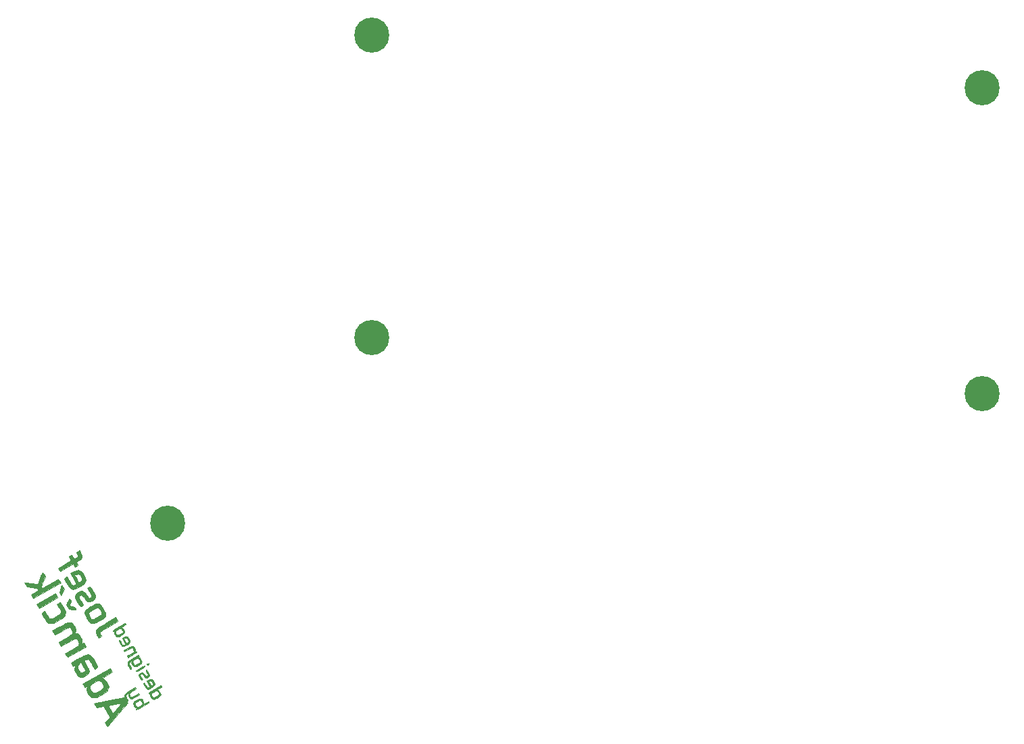
<source format=gbr>
G04 #@! TF.GenerationSoftware,KiCad,Pcbnew,5.1.5-52549c5~86~ubuntu19.10.1*
G04 #@! TF.CreationDate,2020-05-05T19:49:36+02:00*
G04 #@! TF.ProjectId,bottom_plate,626f7474-6f6d-45f7-906c-6174652e6b69,rev?*
G04 #@! TF.SameCoordinates,Original*
G04 #@! TF.FileFunction,Soldermask,Bot*
G04 #@! TF.FilePolarity,Negative*
%FSLAX46Y46*%
G04 Gerber Fmt 4.6, Leading zero omitted, Abs format (unit mm)*
G04 Created by KiCad (PCBNEW 5.1.5-52549c5~86~ubuntu19.10.1) date 2020-05-05 19:49:36*
%MOMM*%
%LPD*%
G04 APERTURE LIST*
%ADD10C,0.010000*%
%ADD11C,4.400000*%
G04 APERTURE END LIST*
D10*
G36*
X53227363Y-150549881D02*
G01*
X53354363Y-150769851D01*
X53426828Y-150890655D01*
X53475589Y-150950324D01*
X53517495Y-150962042D01*
X53569394Y-150938997D01*
X53570019Y-150938636D01*
X53689502Y-150880829D01*
X53751143Y-150883051D01*
X53760089Y-150948752D01*
X53733191Y-151048073D01*
X53700326Y-151204246D01*
X53712416Y-151366013D01*
X53773569Y-151551178D01*
X53887890Y-151777546D01*
X53910601Y-151817412D01*
X54025688Y-151998452D01*
X54134248Y-152123542D01*
X54235097Y-152202985D01*
X54363781Y-152270792D01*
X54502576Y-152298186D01*
X54659158Y-152295762D01*
X54779207Y-152283521D01*
X54888364Y-152260018D01*
X55007019Y-152217820D01*
X55155564Y-152149493D01*
X55354389Y-152047604D01*
X55387097Y-152030397D01*
X55700288Y-151853874D01*
X55424785Y-151376689D01*
X55177045Y-151518745D01*
X55049657Y-151581714D01*
X54822218Y-151671975D01*
X54644181Y-151702474D01*
X54505511Y-151673744D01*
X54422758Y-151615077D01*
X54310408Y-151476211D01*
X54208902Y-151301708D01*
X54137582Y-151127978D01*
X54117456Y-151040305D01*
X54111447Y-150911873D01*
X54136439Y-150803362D01*
X54202103Y-150703184D01*
X54318120Y-150599754D01*
X54494165Y-150481483D01*
X54672822Y-150375256D01*
X54905969Y-150246772D01*
X55085502Y-150166011D01*
X55226422Y-150131094D01*
X55343729Y-150140140D01*
X55452426Y-150191268D01*
X55548262Y-150265548D01*
X55672332Y-150404953D01*
X55772456Y-150575277D01*
X55838061Y-150751363D01*
X55858582Y-150908061D01*
X55846977Y-150976407D01*
X55771478Y-151096618D01*
X55626838Y-151233013D01*
X55424785Y-151376689D01*
X55700288Y-151853874D01*
X55735651Y-151833943D01*
X56008285Y-151650018D01*
X56211572Y-151472113D01*
X56352091Y-151293714D01*
X56436418Y-151108314D01*
X56466643Y-150961630D01*
X56465072Y-150858949D01*
X56432376Y-150739320D01*
X56361535Y-150580223D01*
X56325881Y-150509989D01*
X56177247Y-150257559D01*
X56027097Y-150077792D01*
X55864095Y-149959259D01*
X55723864Y-149902862D01*
X55541204Y-149849454D01*
X56912072Y-149057983D01*
X56636905Y-148581381D01*
X53227363Y-150549881D01*
G37*
X53227363Y-150549881D02*
X53354363Y-150769851D01*
X53426828Y-150890655D01*
X53475589Y-150950324D01*
X53517495Y-150962042D01*
X53569394Y-150938997D01*
X53570019Y-150938636D01*
X53689502Y-150880829D01*
X53751143Y-150883051D01*
X53760089Y-150948752D01*
X53733191Y-151048073D01*
X53700326Y-151204246D01*
X53712416Y-151366013D01*
X53773569Y-151551178D01*
X53887890Y-151777546D01*
X53910601Y-151817412D01*
X54025688Y-151998452D01*
X54134248Y-152123542D01*
X54235097Y-152202985D01*
X54363781Y-152270792D01*
X54502576Y-152298186D01*
X54659158Y-152295762D01*
X54779207Y-152283521D01*
X54888364Y-152260018D01*
X55007019Y-152217820D01*
X55155564Y-152149493D01*
X55354389Y-152047604D01*
X55387097Y-152030397D01*
X55700288Y-151853874D01*
X55424785Y-151376689D01*
X55177045Y-151518745D01*
X55049657Y-151581714D01*
X54822218Y-151671975D01*
X54644181Y-151702474D01*
X54505511Y-151673744D01*
X54422758Y-151615077D01*
X54310408Y-151476211D01*
X54208902Y-151301708D01*
X54137582Y-151127978D01*
X54117456Y-151040305D01*
X54111447Y-150911873D01*
X54136439Y-150803362D01*
X54202103Y-150703184D01*
X54318120Y-150599754D01*
X54494165Y-150481483D01*
X54672822Y-150375256D01*
X54905969Y-150246772D01*
X55085502Y-150166011D01*
X55226422Y-150131094D01*
X55343729Y-150140140D01*
X55452426Y-150191268D01*
X55548262Y-150265548D01*
X55672332Y-150404953D01*
X55772456Y-150575277D01*
X55838061Y-150751363D01*
X55858582Y-150908061D01*
X55846977Y-150976407D01*
X55771478Y-151096618D01*
X55626838Y-151233013D01*
X55424785Y-151376689D01*
X55700288Y-151853874D01*
X55735651Y-151833943D01*
X56008285Y-151650018D01*
X56211572Y-151472113D01*
X56352091Y-151293714D01*
X56436418Y-151108314D01*
X56466643Y-150961630D01*
X56465072Y-150858949D01*
X56432376Y-150739320D01*
X56361535Y-150580223D01*
X56325881Y-150509989D01*
X56177247Y-150257559D01*
X56027097Y-150077792D01*
X55864095Y-149959259D01*
X55723864Y-149902862D01*
X55541204Y-149849454D01*
X56912072Y-149057983D01*
X56636905Y-148581381D01*
X53227363Y-150549881D01*
G36*
X54519265Y-147389985D02*
G01*
X54353242Y-147164254D01*
X54195871Y-147007910D01*
X54038773Y-146915266D01*
X53873566Y-146880632D01*
X53691873Y-146898321D01*
X53579936Y-146928916D01*
X53480804Y-146970314D01*
X53322753Y-147047636D01*
X53119665Y-147153581D01*
X52885425Y-147280849D01*
X52633915Y-147422143D01*
X52547614Y-147471689D01*
X51724530Y-147946897D01*
X51974809Y-148380393D01*
X52133556Y-148321322D01*
X52292303Y-148262251D01*
X52233145Y-148436862D01*
X52204253Y-148591915D01*
X52208418Y-148751845D01*
X52213841Y-148779789D01*
X52275574Y-148957902D01*
X52375096Y-149157983D01*
X52496528Y-149354348D01*
X52623994Y-149521310D01*
X52741242Y-149632926D01*
X52895185Y-149716669D01*
X53051375Y-149743087D01*
X53225932Y-149710728D01*
X53434974Y-149618138D01*
X53482944Y-149591233D01*
X53215279Y-149127624D01*
X53161477Y-149148127D01*
X53056450Y-149163113D01*
X52962600Y-149129644D01*
X52869322Y-149038797D01*
X52766010Y-148881648D01*
X52698176Y-148758239D01*
X52617413Y-148600802D01*
X52572436Y-148494021D01*
X52557790Y-148414609D01*
X52568019Y-148339281D01*
X52586047Y-148279581D01*
X52646534Y-148162257D01*
X52741382Y-148044717D01*
X52850117Y-147946120D01*
X52952265Y-147885624D01*
X53015645Y-147877582D01*
X53063931Y-147922275D01*
X53135787Y-148026050D01*
X53221433Y-148170165D01*
X53311085Y-148335882D01*
X53394963Y-148504460D01*
X53463284Y-148657162D01*
X53506265Y-148775245D01*
X53515460Y-148835086D01*
X53462526Y-148939651D01*
X53353895Y-149044742D01*
X53215279Y-149127624D01*
X53482944Y-149591233D01*
X53536445Y-149561226D01*
X53753343Y-149419399D01*
X53897816Y-149286448D01*
X53979447Y-149150196D01*
X54007814Y-148998460D01*
X54007862Y-148961918D01*
X53998304Y-148885280D01*
X53969552Y-148791024D01*
X53915851Y-148666048D01*
X53831450Y-148497252D01*
X53710596Y-148271533D01*
X53680821Y-148217084D01*
X53357827Y-147627953D01*
X53558453Y-147545083D01*
X53736219Y-147481534D01*
X53863108Y-147463553D01*
X53958951Y-147490134D01*
X54004625Y-147522534D01*
X54051677Y-147581488D01*
X54130047Y-147699934D01*
X54230472Y-147863052D01*
X54343689Y-148056029D01*
X54398753Y-148152947D01*
X54716191Y-148717601D01*
X54900033Y-148596768D01*
X55083875Y-148475934D01*
X55025057Y-148314364D01*
X54980944Y-148214232D01*
X54904702Y-148062053D01*
X54807155Y-147878741D01*
X54702319Y-147690790D01*
X54519265Y-147389985D01*
G37*
X54519265Y-147389985D02*
X54353242Y-147164254D01*
X54195871Y-147007910D01*
X54038773Y-146915266D01*
X53873566Y-146880632D01*
X53691873Y-146898321D01*
X53579936Y-146928916D01*
X53480804Y-146970314D01*
X53322753Y-147047636D01*
X53119665Y-147153581D01*
X52885425Y-147280849D01*
X52633915Y-147422143D01*
X52547614Y-147471689D01*
X51724530Y-147946897D01*
X51974809Y-148380393D01*
X52133556Y-148321322D01*
X52292303Y-148262251D01*
X52233145Y-148436862D01*
X52204253Y-148591915D01*
X52208418Y-148751845D01*
X52213841Y-148779789D01*
X52275574Y-148957902D01*
X52375096Y-149157983D01*
X52496528Y-149354348D01*
X52623994Y-149521310D01*
X52741242Y-149632926D01*
X52895185Y-149716669D01*
X53051375Y-149743087D01*
X53225932Y-149710728D01*
X53434974Y-149618138D01*
X53482944Y-149591233D01*
X53215279Y-149127624D01*
X53161477Y-149148127D01*
X53056450Y-149163113D01*
X52962600Y-149129644D01*
X52869322Y-149038797D01*
X52766010Y-148881648D01*
X52698176Y-148758239D01*
X52617413Y-148600802D01*
X52572436Y-148494021D01*
X52557790Y-148414609D01*
X52568019Y-148339281D01*
X52586047Y-148279581D01*
X52646534Y-148162257D01*
X52741382Y-148044717D01*
X52850117Y-147946120D01*
X52952265Y-147885624D01*
X53015645Y-147877582D01*
X53063931Y-147922275D01*
X53135787Y-148026050D01*
X53221433Y-148170165D01*
X53311085Y-148335882D01*
X53394963Y-148504460D01*
X53463284Y-148657162D01*
X53506265Y-148775245D01*
X53515460Y-148835086D01*
X53462526Y-148939651D01*
X53353895Y-149044742D01*
X53215279Y-149127624D01*
X53482944Y-149591233D01*
X53536445Y-149561226D01*
X53753343Y-149419399D01*
X53897816Y-149286448D01*
X53979447Y-149150196D01*
X54007814Y-148998460D01*
X54007862Y-148961918D01*
X53998304Y-148885280D01*
X53969552Y-148791024D01*
X53915851Y-148666048D01*
X53831450Y-148497252D01*
X53710596Y-148271533D01*
X53680821Y-148217084D01*
X53357827Y-147627953D01*
X53558453Y-147545083D01*
X53736219Y-147481534D01*
X53863108Y-147463553D01*
X53958951Y-147490134D01*
X54004625Y-147522534D01*
X54051677Y-147581488D01*
X54130047Y-147699934D01*
X54230472Y-147863052D01*
X54343689Y-148056029D01*
X54398753Y-148152947D01*
X54716191Y-148717601D01*
X54900033Y-148596768D01*
X55083875Y-148475934D01*
X55025057Y-148314364D01*
X54980944Y-148214232D01*
X54904702Y-148062053D01*
X54807155Y-147878741D01*
X54702319Y-147690790D01*
X54519265Y-147389985D01*
G36*
X50689321Y-140741194D02*
G01*
X50580218Y-140572346D01*
X50507225Y-140474139D01*
X50405125Y-140349778D01*
X49986914Y-140591232D01*
X50151712Y-140801600D01*
X50266552Y-140967566D01*
X50370617Y-141152238D01*
X50451821Y-141330767D01*
X50498076Y-141478303D01*
X50504222Y-141526338D01*
X50489597Y-141627742D01*
X50432729Y-141726804D01*
X50324683Y-141832201D01*
X50156523Y-141952615D01*
X49919316Y-142096727D01*
X49913848Y-142099886D01*
X49658820Y-142239703D01*
X49458860Y-142330576D01*
X49302366Y-142375753D01*
X49177738Y-142378476D01*
X49073376Y-142341995D01*
X49065277Y-142337316D01*
X48994890Y-142271166D01*
X48900600Y-142140097D01*
X48778614Y-141938605D01*
X48724564Y-141843068D01*
X48481195Y-141406745D01*
X48297188Y-141527668D01*
X48190355Y-141602397D01*
X48141998Y-141657545D01*
X48138000Y-141717097D01*
X48153321Y-141772063D01*
X48209144Y-141906762D01*
X48298096Y-142081075D01*
X48407839Y-142274665D01*
X48526035Y-142467189D01*
X48640344Y-142638307D01*
X48738430Y-142767678D01*
X48790184Y-142821958D01*
X48990604Y-142939809D01*
X49223241Y-142986850D01*
X49444896Y-142964604D01*
X49571639Y-142918928D01*
X49749238Y-142835680D01*
X49959055Y-142725654D01*
X50182447Y-142599644D01*
X50400778Y-142468438D01*
X50595409Y-142342832D01*
X50747699Y-142233616D01*
X50827988Y-142163777D01*
X50949902Y-141987023D01*
X51027443Y-141772763D01*
X51051368Y-141553966D01*
X51034429Y-141427376D01*
X50987905Y-141301328D01*
X50906194Y-141129243D01*
X50802322Y-140934679D01*
X50689321Y-140741194D01*
G37*
X50689321Y-140741194D02*
X50580218Y-140572346D01*
X50507225Y-140474139D01*
X50405125Y-140349778D01*
X49986914Y-140591232D01*
X50151712Y-140801600D01*
X50266552Y-140967566D01*
X50370617Y-141152238D01*
X50451821Y-141330767D01*
X50498076Y-141478303D01*
X50504222Y-141526338D01*
X50489597Y-141627742D01*
X50432729Y-141726804D01*
X50324683Y-141832201D01*
X50156523Y-141952615D01*
X49919316Y-142096727D01*
X49913848Y-142099886D01*
X49658820Y-142239703D01*
X49458860Y-142330576D01*
X49302366Y-142375753D01*
X49177738Y-142378476D01*
X49073376Y-142341995D01*
X49065277Y-142337316D01*
X48994890Y-142271166D01*
X48900600Y-142140097D01*
X48778614Y-141938605D01*
X48724564Y-141843068D01*
X48481195Y-141406745D01*
X48297188Y-141527668D01*
X48190355Y-141602397D01*
X48141998Y-141657545D01*
X48138000Y-141717097D01*
X48153321Y-141772063D01*
X48209144Y-141906762D01*
X48298096Y-142081075D01*
X48407839Y-142274665D01*
X48526035Y-142467189D01*
X48640344Y-142638307D01*
X48738430Y-142767678D01*
X48790184Y-142821958D01*
X48990604Y-142939809D01*
X49223241Y-142986850D01*
X49444896Y-142964604D01*
X49571639Y-142918928D01*
X49749238Y-142835680D01*
X49959055Y-142725654D01*
X50182447Y-142599644D01*
X50400778Y-142468438D01*
X50595409Y-142342832D01*
X50747699Y-142233616D01*
X50827988Y-142163777D01*
X50949902Y-141987023D01*
X51027443Y-141772763D01*
X51051368Y-141553966D01*
X51034429Y-141427376D01*
X50987905Y-141301328D01*
X50906194Y-141129243D01*
X50802322Y-140934679D01*
X50689321Y-140741194D01*
G36*
X56569179Y-152639035D02*
G01*
X56181906Y-152709148D01*
X55820494Y-152775023D01*
X55493422Y-152835082D01*
X55209173Y-152887748D01*
X54976225Y-152931441D01*
X54803061Y-152964584D01*
X54698163Y-152985600D01*
X54669200Y-152992551D01*
X54676829Y-153032865D01*
X54721938Y-153124712D01*
X54795089Y-153249153D01*
X54804534Y-153264162D01*
X54966750Y-153520253D01*
X55829033Y-153362771D01*
X56218256Y-154036925D01*
X56355091Y-154274524D01*
X56454224Y-154449871D01*
X56520398Y-154573972D01*
X56558357Y-154657835D01*
X56572843Y-154712466D01*
X56568601Y-154748873D01*
X56550374Y-154778060D01*
X56541977Y-154788126D01*
X56484113Y-154856261D01*
X56389713Y-154967492D01*
X56277003Y-155100344D01*
X56251066Y-155130921D01*
X56025658Y-155396670D01*
X56173229Y-155652270D01*
X56257615Y-155790228D01*
X56314649Y-155861077D01*
X56352773Y-155874432D01*
X56362522Y-155867978D01*
X56397828Y-155828230D01*
X56482039Y-155730573D01*
X56609405Y-155581756D01*
X56774175Y-155388531D01*
X56970598Y-155157648D01*
X57192922Y-154895858D01*
X57286154Y-154785912D01*
X56997320Y-154285637D01*
X56402848Y-153255981D01*
X56500154Y-153234022D01*
X56689371Y-153193951D01*
X56908384Y-153151767D01*
X57142836Y-153109736D01*
X57378367Y-153070126D01*
X57600622Y-153035205D01*
X57795241Y-153007237D01*
X57947866Y-152988491D01*
X58044139Y-152981234D01*
X58070887Y-152986023D01*
X58040050Y-153032093D01*
X57963423Y-153130467D01*
X57850540Y-153269358D01*
X57710935Y-153436977D01*
X57605651Y-153561298D01*
X57447519Y-153747129D01*
X57303487Y-153916980D01*
X57184862Y-154057474D01*
X57102948Y-154155235D01*
X57075626Y-154188433D01*
X56997320Y-154285637D01*
X57286154Y-154785912D01*
X57435396Y-154609912D01*
X57615408Y-154397372D01*
X58826572Y-152966660D01*
X58442276Y-152301040D01*
X56569179Y-152639035D01*
G37*
X56569179Y-152639035D02*
X56181906Y-152709148D01*
X55820494Y-152775023D01*
X55493422Y-152835082D01*
X55209173Y-152887748D01*
X54976225Y-152931441D01*
X54803061Y-152964584D01*
X54698163Y-152985600D01*
X54669200Y-152992551D01*
X54676829Y-153032865D01*
X54721938Y-153124712D01*
X54795089Y-153249153D01*
X54804534Y-153264162D01*
X54966750Y-153520253D01*
X55829033Y-153362771D01*
X56218256Y-154036925D01*
X56355091Y-154274524D01*
X56454224Y-154449871D01*
X56520398Y-154573972D01*
X56558357Y-154657835D01*
X56572843Y-154712466D01*
X56568601Y-154748873D01*
X56550374Y-154778060D01*
X56541977Y-154788126D01*
X56484113Y-154856261D01*
X56389713Y-154967492D01*
X56277003Y-155100344D01*
X56251066Y-155130921D01*
X56025658Y-155396670D01*
X56173229Y-155652270D01*
X56257615Y-155790228D01*
X56314649Y-155861077D01*
X56352773Y-155874432D01*
X56362522Y-155867978D01*
X56397828Y-155828230D01*
X56482039Y-155730573D01*
X56609405Y-155581756D01*
X56774175Y-155388531D01*
X56970598Y-155157648D01*
X57192922Y-154895858D01*
X57286154Y-154785912D01*
X56997320Y-154285637D01*
X56402848Y-153255981D01*
X56500154Y-153234022D01*
X56689371Y-153193951D01*
X56908384Y-153151767D01*
X57142836Y-153109736D01*
X57378367Y-153070126D01*
X57600622Y-153035205D01*
X57795241Y-153007237D01*
X57947866Y-152988491D01*
X58044139Y-152981234D01*
X58070887Y-152986023D01*
X58040050Y-153032093D01*
X57963423Y-153130467D01*
X57850540Y-153269358D01*
X57710935Y-153436977D01*
X57605651Y-153561298D01*
X57447519Y-153747129D01*
X57303487Y-153916980D01*
X57184862Y-154057474D01*
X57102948Y-154155235D01*
X57075626Y-154188433D01*
X56997320Y-154285637D01*
X57286154Y-154785912D01*
X57435396Y-154609912D01*
X57615408Y-154397372D01*
X58826572Y-152966660D01*
X58442276Y-152301040D01*
X56569179Y-152639035D01*
G36*
X52829610Y-144474612D02*
G01*
X52685498Y-144330077D01*
X52527533Y-144246427D01*
X52409656Y-144219128D01*
X52239486Y-144195069D01*
X52300116Y-144074867D01*
X52347048Y-143889536D01*
X52322711Y-143666651D01*
X52228207Y-143412596D01*
X52165019Y-143293171D01*
X52028832Y-143083708D01*
X51895704Y-142946501D01*
X51750133Y-142871201D01*
X51576623Y-142847457D01*
X51501014Y-142849744D01*
X51427315Y-142855947D01*
X51357829Y-142867727D01*
X51281884Y-142889958D01*
X51188808Y-142927516D01*
X51067927Y-142985274D01*
X50908571Y-143068109D01*
X50700067Y-143180893D01*
X50431742Y-143328505D01*
X50330905Y-143384221D01*
X49390430Y-143904117D01*
X49690391Y-144423665D01*
X50575394Y-143927399D01*
X50863053Y-143767015D01*
X51086516Y-143644919D01*
X51254734Y-143556764D01*
X51376659Y-143498203D01*
X51461242Y-143464886D01*
X51517435Y-143452466D01*
X51548448Y-143454784D01*
X51648088Y-143515718D01*
X51754145Y-143633885D01*
X51849054Y-143785319D01*
X51915242Y-143946056D01*
X51919330Y-143960684D01*
X51940765Y-144059132D01*
X51942912Y-144144632D01*
X51918439Y-144224616D01*
X51860014Y-144306515D01*
X51760307Y-144397762D01*
X51611985Y-144505789D01*
X51407717Y-144638027D01*
X51140172Y-144801909D01*
X51015346Y-144877055D01*
X50225842Y-145351094D01*
X50496863Y-145820516D01*
X51276043Y-145370929D01*
X51581686Y-145196353D01*
X51824495Y-145062887D01*
X52013676Y-144967159D01*
X52158435Y-144905795D01*
X52267977Y-144875423D01*
X52351510Y-144872670D01*
X52418237Y-144894164D01*
X52472768Y-144932514D01*
X52618662Y-145097342D01*
X52709211Y-145282424D01*
X52740399Y-145469358D01*
X52708213Y-145639738D01*
X52648155Y-145736663D01*
X52566218Y-145807017D01*
X52413565Y-145913071D01*
X52194798Y-146051841D01*
X51914515Y-146220348D01*
X51785566Y-146295782D01*
X51026030Y-146737059D01*
X51301196Y-147213661D01*
X53610886Y-145880161D01*
X53356886Y-145440221D01*
X53210239Y-145524887D01*
X53099561Y-145576339D01*
X53047294Y-145572066D01*
X53057237Y-145514217D01*
X53092146Y-145458162D01*
X53142868Y-145318973D01*
X53138467Y-145134157D01*
X53081477Y-144920084D01*
X52974431Y-144693125D01*
X52973435Y-144691398D01*
X52829610Y-144474612D01*
G37*
X52829610Y-144474612D02*
X52685498Y-144330077D01*
X52527533Y-144246427D01*
X52409656Y-144219128D01*
X52239486Y-144195069D01*
X52300116Y-144074867D01*
X52347048Y-143889536D01*
X52322711Y-143666651D01*
X52228207Y-143412596D01*
X52165019Y-143293171D01*
X52028832Y-143083708D01*
X51895704Y-142946501D01*
X51750133Y-142871201D01*
X51576623Y-142847457D01*
X51501014Y-142849744D01*
X51427315Y-142855947D01*
X51357829Y-142867727D01*
X51281884Y-142889958D01*
X51188808Y-142927516D01*
X51067927Y-142985274D01*
X50908571Y-143068109D01*
X50700067Y-143180893D01*
X50431742Y-143328505D01*
X50330905Y-143384221D01*
X49390430Y-143904117D01*
X49690391Y-144423665D01*
X50575394Y-143927399D01*
X50863053Y-143767015D01*
X51086516Y-143644919D01*
X51254734Y-143556764D01*
X51376659Y-143498203D01*
X51461242Y-143464886D01*
X51517435Y-143452466D01*
X51548448Y-143454784D01*
X51648088Y-143515718D01*
X51754145Y-143633885D01*
X51849054Y-143785319D01*
X51915242Y-143946056D01*
X51919330Y-143960684D01*
X51940765Y-144059132D01*
X51942912Y-144144632D01*
X51918439Y-144224616D01*
X51860014Y-144306515D01*
X51760307Y-144397762D01*
X51611985Y-144505789D01*
X51407717Y-144638027D01*
X51140172Y-144801909D01*
X51015346Y-144877055D01*
X50225842Y-145351094D01*
X50496863Y-145820516D01*
X51276043Y-145370929D01*
X51581686Y-145196353D01*
X51824495Y-145062887D01*
X52013676Y-144967159D01*
X52158435Y-144905795D01*
X52267977Y-144875423D01*
X52351510Y-144872670D01*
X52418237Y-144894164D01*
X52472768Y-144932514D01*
X52618662Y-145097342D01*
X52709211Y-145282424D01*
X52740399Y-145469358D01*
X52708213Y-145639738D01*
X52648155Y-145736663D01*
X52566218Y-145807017D01*
X52413565Y-145913071D01*
X52194798Y-146051841D01*
X51914515Y-146220348D01*
X51785566Y-146295782D01*
X51026030Y-146737059D01*
X51301196Y-147213661D01*
X53610886Y-145880161D01*
X53356886Y-145440221D01*
X53210239Y-145524887D01*
X53099561Y-145576339D01*
X53047294Y-145572066D01*
X53057237Y-145514217D01*
X53092146Y-145458162D01*
X53142868Y-145318973D01*
X53138467Y-145134157D01*
X53081477Y-144920084D01*
X52974431Y-144693125D01*
X52973435Y-144691398D01*
X52829610Y-144474612D01*
G36*
X47470030Y-140577886D02*
G01*
X47766363Y-141091151D01*
X50076053Y-139757651D01*
X49779719Y-139244386D01*
X47470030Y-140577886D01*
G37*
X47470030Y-140577886D02*
X47766363Y-141091151D01*
X50076053Y-139757651D01*
X49779719Y-139244386D01*
X47470030Y-140577886D01*
G36*
X50316531Y-137651297D02*
G01*
X50173324Y-137428464D01*
X48163996Y-138562537D01*
X48091450Y-138436883D01*
X48066064Y-138384429D01*
X48055659Y-138327999D01*
X48063497Y-138253816D01*
X48092838Y-138148100D01*
X48146943Y-137997071D01*
X48229073Y-137786952D01*
X48268764Y-137687606D01*
X48518626Y-137063981D01*
X48364757Y-136795536D01*
X48288608Y-136670686D01*
X48228232Y-136586502D01*
X48195019Y-136558569D01*
X48192947Y-136560433D01*
X48172477Y-136608792D01*
X48126468Y-136722968D01*
X48060118Y-136889889D01*
X47978622Y-137096482D01*
X47890986Y-137319945D01*
X47606963Y-138046114D01*
X46774802Y-137944274D01*
X46519184Y-137913647D01*
X46293385Y-137887844D01*
X46110434Y-137868251D01*
X45983362Y-137856253D01*
X45925199Y-137853238D01*
X45923169Y-137853675D01*
X45933208Y-137892736D01*
X45977616Y-137985598D01*
X46047253Y-138113423D01*
X46059586Y-138134926D01*
X46215475Y-138404934D01*
X46901312Y-138492173D01*
X47158154Y-138525808D01*
X47344116Y-138553651D01*
X47472456Y-138579329D01*
X47556436Y-138606468D01*
X47609316Y-138638695D01*
X47644356Y-138679636D01*
X47655943Y-138698563D01*
X47724735Y-138817715D01*
X46771530Y-139368049D01*
X47046696Y-139844651D01*
X50459737Y-137874131D01*
X50316531Y-137651297D01*
G37*
X50316531Y-137651297D02*
X50173324Y-137428464D01*
X48163996Y-138562537D01*
X48091450Y-138436883D01*
X48066064Y-138384429D01*
X48055659Y-138327999D01*
X48063497Y-138253816D01*
X48092838Y-138148100D01*
X48146943Y-137997071D01*
X48229073Y-137786952D01*
X48268764Y-137687606D01*
X48518626Y-137063981D01*
X48364757Y-136795536D01*
X48288608Y-136670686D01*
X48228232Y-136586502D01*
X48195019Y-136558569D01*
X48192947Y-136560433D01*
X48172477Y-136608792D01*
X48126468Y-136722968D01*
X48060118Y-136889889D01*
X47978622Y-137096482D01*
X47890986Y-137319945D01*
X47606963Y-138046114D01*
X46774802Y-137944274D01*
X46519184Y-137913647D01*
X46293385Y-137887844D01*
X46110434Y-137868251D01*
X45983362Y-137856253D01*
X45925199Y-137853238D01*
X45923169Y-137853675D01*
X45933208Y-137892736D01*
X45977616Y-137985598D01*
X46047253Y-138113423D01*
X46059586Y-138134926D01*
X46215475Y-138404934D01*
X46901312Y-138492173D01*
X47158154Y-138525808D01*
X47344116Y-138553651D01*
X47472456Y-138579329D01*
X47556436Y-138606468D01*
X47609316Y-138638695D01*
X47644356Y-138679636D01*
X47655943Y-138698563D01*
X47724735Y-138817715D01*
X46771530Y-139368049D01*
X47046696Y-139844651D01*
X50459737Y-137874131D01*
X50316531Y-137651297D01*
G36*
X51625082Y-139913172D02*
G01*
X51577537Y-139861717D01*
X51571384Y-139858753D01*
X51540962Y-139891006D01*
X51486194Y-139985511D01*
X51415635Y-140126503D01*
X51358244Y-140251584D01*
X51180015Y-140653770D01*
X51330499Y-140912215D01*
X51480982Y-141170660D01*
X51894296Y-141213107D01*
X52074400Y-141229152D01*
X52223013Y-141237823D01*
X52319946Y-141238182D01*
X52345007Y-141233962D01*
X52350051Y-141187793D01*
X52316327Y-141099656D01*
X52300809Y-141071041D01*
X52247783Y-140994499D01*
X52180261Y-140941522D01*
X52075357Y-140899562D01*
X51910184Y-140856074D01*
X51907471Y-140855427D01*
X51757026Y-140817573D01*
X51643223Y-140785153D01*
X51587129Y-140764256D01*
X51584785Y-140762186D01*
X51591368Y-140715627D01*
X51618806Y-140610025D01*
X51661464Y-140466752D01*
X51669083Y-140442526D01*
X51716655Y-140278875D01*
X51734143Y-140167992D01*
X51722514Y-140083876D01*
X51685309Y-140004965D01*
X51625082Y-139913172D01*
G37*
X51625082Y-139913172D02*
X51577537Y-139861717D01*
X51571384Y-139858753D01*
X51540962Y-139891006D01*
X51486194Y-139985511D01*
X51415635Y-140126503D01*
X51358244Y-140251584D01*
X51180015Y-140653770D01*
X51330499Y-140912215D01*
X51480982Y-141170660D01*
X51894296Y-141213107D01*
X52074400Y-141229152D01*
X52223013Y-141237823D01*
X52319946Y-141238182D01*
X52345007Y-141233962D01*
X52350051Y-141187793D01*
X52316327Y-141099656D01*
X52300809Y-141071041D01*
X52247783Y-140994499D01*
X52180261Y-140941522D01*
X52075357Y-140899562D01*
X51910184Y-140856074D01*
X51907471Y-140855427D01*
X51757026Y-140817573D01*
X51643223Y-140785153D01*
X51587129Y-140764256D01*
X51584785Y-140762186D01*
X51591368Y-140715627D01*
X51618806Y-140610025D01*
X51661464Y-140466752D01*
X51669083Y-140442526D01*
X51716655Y-140278875D01*
X51734143Y-140167992D01*
X51722514Y-140083876D01*
X51685309Y-140004965D01*
X51625082Y-139913172D01*
G36*
X50686838Y-138286615D02*
G01*
X50625452Y-138209170D01*
X50591952Y-138188856D01*
X50566883Y-138234986D01*
X50524695Y-138345156D01*
X50471632Y-138502027D01*
X50422946Y-138658127D01*
X50364613Y-138855348D01*
X50330043Y-138991378D01*
X50318238Y-139085994D01*
X50328198Y-139158969D01*
X50358927Y-139230080D01*
X50391193Y-139287489D01*
X50454064Y-139388986D01*
X50499698Y-139449148D01*
X50512277Y-139456914D01*
X50535902Y-139416585D01*
X50586052Y-139315502D01*
X50654702Y-139170205D01*
X50713176Y-139042881D01*
X50896625Y-138638923D01*
X50761098Y-138404184D01*
X50686838Y-138286615D01*
G37*
X50686838Y-138286615D02*
X50625452Y-138209170D01*
X50591952Y-138188856D01*
X50566883Y-138234986D01*
X50524695Y-138345156D01*
X50471632Y-138502027D01*
X50422946Y-138658127D01*
X50364613Y-138855348D01*
X50330043Y-138991378D01*
X50318238Y-139085994D01*
X50328198Y-139158969D01*
X50358927Y-139230080D01*
X50391193Y-139287489D01*
X50454064Y-139388986D01*
X50499698Y-139449148D01*
X50512277Y-139456914D01*
X50535902Y-139416585D01*
X50586052Y-139315502D01*
X50654702Y-139170205D01*
X50713176Y-139042881D01*
X50896625Y-138638923D01*
X50761098Y-138404184D01*
X50686838Y-138286615D01*
G36*
X59808792Y-151979750D02*
G01*
X59635940Y-152075287D01*
X59484242Y-152151897D01*
X59371803Y-152200877D01*
X59320960Y-152214301D01*
X59244889Y-152173031D01*
X59154795Y-152052712D01*
X59137586Y-152023687D01*
X59077762Y-151906942D01*
X59056031Y-151813232D01*
X59079847Y-151730421D01*
X59156665Y-151646377D01*
X59293937Y-151548968D01*
X59499115Y-151426060D01*
X59507789Y-151421048D01*
X59904061Y-151192260D01*
X59798228Y-151008952D01*
X59198780Y-151355044D01*
X58931074Y-151512501D01*
X58730172Y-151639196D01*
X58587575Y-151743059D01*
X58494777Y-151832022D01*
X58443280Y-151914013D01*
X58424578Y-151996965D01*
X58428084Y-152073902D01*
X58456087Y-152177666D01*
X58511381Y-152312796D01*
X58581869Y-152456072D01*
X58655462Y-152584279D01*
X58720062Y-152674199D01*
X58755598Y-152702620D01*
X58821035Y-152692276D01*
X58865526Y-152671741D01*
X58903750Y-152638899D01*
X58897906Y-152593124D01*
X58842518Y-152512334D01*
X58818358Y-152481654D01*
X58729665Y-152343485D01*
X58666359Y-152193830D01*
X58635892Y-152057325D01*
X58645710Y-151958607D01*
X58655387Y-151942650D01*
X58724290Y-151881095D01*
X58809286Y-151824329D01*
X58885350Y-151785662D01*
X58910856Y-151802492D01*
X58908324Y-151875791D01*
X58928639Y-152011116D01*
X58997466Y-152164075D01*
X59096057Y-152303908D01*
X59205663Y-152399855D01*
X59237052Y-152415164D01*
X59290555Y-152431612D01*
X59345331Y-152432954D01*
X59416309Y-152413830D01*
X59518417Y-152368878D01*
X59666583Y-152292736D01*
X59844365Y-152197061D01*
X60331646Y-151932859D01*
X60221561Y-151742186D01*
X59808792Y-151979750D01*
G37*
X59808792Y-151979750D02*
X59635940Y-152075287D01*
X59484242Y-152151897D01*
X59371803Y-152200877D01*
X59320960Y-152214301D01*
X59244889Y-152173031D01*
X59154795Y-152052712D01*
X59137586Y-152023687D01*
X59077762Y-151906942D01*
X59056031Y-151813232D01*
X59079847Y-151730421D01*
X59156665Y-151646377D01*
X59293937Y-151548968D01*
X59499115Y-151426060D01*
X59507789Y-151421048D01*
X59904061Y-151192260D01*
X59798228Y-151008952D01*
X59198780Y-151355044D01*
X58931074Y-151512501D01*
X58730172Y-151639196D01*
X58587575Y-151743059D01*
X58494777Y-151832022D01*
X58443280Y-151914013D01*
X58424578Y-151996965D01*
X58428084Y-152073902D01*
X58456087Y-152177666D01*
X58511381Y-152312796D01*
X58581869Y-152456072D01*
X58655462Y-152584279D01*
X58720062Y-152674199D01*
X58755598Y-152702620D01*
X58821035Y-152692276D01*
X58865526Y-152671741D01*
X58903750Y-152638899D01*
X58897906Y-152593124D01*
X58842518Y-152512334D01*
X58818358Y-152481654D01*
X58729665Y-152343485D01*
X58666359Y-152193830D01*
X58635892Y-152057325D01*
X58645710Y-151958607D01*
X58655387Y-151942650D01*
X58724290Y-151881095D01*
X58809286Y-151824329D01*
X58885350Y-151785662D01*
X58910856Y-151802492D01*
X58908324Y-151875791D01*
X58928639Y-152011116D01*
X58997466Y-152164075D01*
X59096057Y-152303908D01*
X59205663Y-152399855D01*
X59237052Y-152415164D01*
X59290555Y-152431612D01*
X59345331Y-152432954D01*
X59416309Y-152413830D01*
X59518417Y-152368878D01*
X59666583Y-152292736D01*
X59844365Y-152197061D01*
X60331646Y-151932859D01*
X60221561Y-151742186D01*
X59808792Y-151979750D01*
G36*
X61454115Y-152790507D02*
G01*
X61413272Y-152784894D01*
X61341922Y-152811495D01*
X61223188Y-152875138D01*
X61145703Y-152919514D01*
X61007861Y-152994880D01*
X60900816Y-153045477D01*
X60842761Y-153062964D01*
X60837701Y-153060678D01*
X60831013Y-153000886D01*
X60835731Y-152930267D01*
X60819993Y-152825144D01*
X60764296Y-152688903D01*
X60685446Y-152553245D01*
X60600246Y-152449874D01*
X60567508Y-152424264D01*
X60444310Y-152396233D01*
X60270528Y-152430904D01*
X60051092Y-152527055D01*
X59967968Y-152572951D01*
X59750211Y-152717048D01*
X59607339Y-152853576D01*
X59542877Y-152978879D01*
X59539432Y-153017824D01*
X59561597Y-153102867D01*
X59615383Y-153226090D01*
X59660067Y-153309651D01*
X59748478Y-153443974D01*
X59829176Y-153517852D01*
X59893532Y-153544690D01*
X59973467Y-153568618D01*
X59981897Y-153588429D01*
X59935866Y-153618014D01*
X59889560Y-153679314D01*
X59904876Y-153733671D01*
X59921541Y-153756229D01*
X59946297Y-153766151D01*
X59988748Y-153759025D01*
X60058499Y-153730433D01*
X60165154Y-153675964D01*
X60318319Y-153591199D01*
X60492657Y-153491673D01*
X60397486Y-153326832D01*
X60255966Y-153404982D01*
X60161087Y-153443641D01*
X60088358Y-153449230D01*
X60013281Y-153428171D01*
X60012318Y-153427803D01*
X59914358Y-153371353D01*
X59842633Y-153274379D01*
X59811000Y-153208033D01*
X59771824Y-153090054D01*
X59762315Y-152997501D01*
X59767893Y-152976462D01*
X59818041Y-152927208D01*
X59921690Y-152852215D01*
X60058034Y-152766331D01*
X60082446Y-152752017D01*
X60228518Y-152669812D01*
X60324275Y-152626319D01*
X60391405Y-152615708D01*
X60451595Y-152632147D01*
X60479251Y-152645326D01*
X60592638Y-152741602D01*
X60648814Y-152849559D01*
X60686553Y-152984635D01*
X60675670Y-153090314D01*
X60607080Y-153183845D01*
X60471700Y-153282476D01*
X60397486Y-153326832D01*
X60492657Y-153491673D01*
X60527598Y-153471727D01*
X60735436Y-153351911D01*
X60994735Y-153201867D01*
X61189206Y-153087818D01*
X61327474Y-153003658D01*
X61418167Y-152943272D01*
X61469907Y-152900553D01*
X61491323Y-152869389D01*
X61491038Y-152843668D01*
X61481330Y-152823505D01*
X61454115Y-152790507D01*
G37*
X61454115Y-152790507D02*
X61413272Y-152784894D01*
X61341922Y-152811495D01*
X61223188Y-152875138D01*
X61145703Y-152919514D01*
X61007861Y-152994880D01*
X60900816Y-153045477D01*
X60842761Y-153062964D01*
X60837701Y-153060678D01*
X60831013Y-153000886D01*
X60835731Y-152930267D01*
X60819993Y-152825144D01*
X60764296Y-152688903D01*
X60685446Y-152553245D01*
X60600246Y-152449874D01*
X60567508Y-152424264D01*
X60444310Y-152396233D01*
X60270528Y-152430904D01*
X60051092Y-152527055D01*
X59967968Y-152572951D01*
X59750211Y-152717048D01*
X59607339Y-152853576D01*
X59542877Y-152978879D01*
X59539432Y-153017824D01*
X59561597Y-153102867D01*
X59615383Y-153226090D01*
X59660067Y-153309651D01*
X59748478Y-153443974D01*
X59829176Y-153517852D01*
X59893532Y-153544690D01*
X59973467Y-153568618D01*
X59981897Y-153588429D01*
X59935866Y-153618014D01*
X59889560Y-153679314D01*
X59904876Y-153733671D01*
X59921541Y-153756229D01*
X59946297Y-153766151D01*
X59988748Y-153759025D01*
X60058499Y-153730433D01*
X60165154Y-153675964D01*
X60318319Y-153591199D01*
X60492657Y-153491673D01*
X60397486Y-153326832D01*
X60255966Y-153404982D01*
X60161087Y-153443641D01*
X60088358Y-153449230D01*
X60013281Y-153428171D01*
X60012318Y-153427803D01*
X59914358Y-153371353D01*
X59842633Y-153274379D01*
X59811000Y-153208033D01*
X59771824Y-153090054D01*
X59762315Y-152997501D01*
X59767893Y-152976462D01*
X59818041Y-152927208D01*
X59921690Y-152852215D01*
X60058034Y-152766331D01*
X60082446Y-152752017D01*
X60228518Y-152669812D01*
X60324275Y-152626319D01*
X60391405Y-152615708D01*
X60451595Y-152632147D01*
X60479251Y-152645326D01*
X60592638Y-152741602D01*
X60648814Y-152849559D01*
X60686553Y-152984635D01*
X60675670Y-153090314D01*
X60607080Y-153183845D01*
X60471700Y-153282476D01*
X60397486Y-153326832D01*
X60492657Y-153491673D01*
X60527598Y-153471727D01*
X60735436Y-153351911D01*
X60994735Y-153201867D01*
X61189206Y-153087818D01*
X61327474Y-153003658D01*
X61418167Y-152943272D01*
X61469907Y-152900553D01*
X61491323Y-152869389D01*
X61491038Y-152843668D01*
X61481330Y-152823505D01*
X61454115Y-152790507D01*
G36*
X55636363Y-140888631D02*
G01*
X55499870Y-140692126D01*
X55371169Y-140558060D01*
X55238351Y-140484082D01*
X55089507Y-140467838D01*
X54912726Y-140506976D01*
X54696098Y-140599144D01*
X54427713Y-140741990D01*
X54247685Y-140844797D01*
X53981059Y-141001849D01*
X53780890Y-141129132D01*
X53638549Y-141235996D01*
X53545404Y-141331788D01*
X53492824Y-141425856D01*
X53472179Y-141527547D01*
X53474836Y-141646213D01*
X53478001Y-141678426D01*
X53515980Y-141840064D01*
X53593436Y-142044044D01*
X53698296Y-142265547D01*
X53818486Y-142479752D01*
X53941930Y-142661838D01*
X53978552Y-142707388D01*
X54146802Y-142866237D01*
X54327055Y-142949835D01*
X54539157Y-142967236D01*
X54547197Y-142966770D01*
X54629064Y-142957034D01*
X54714837Y-142933932D01*
X54819133Y-142890880D01*
X54956570Y-142821294D01*
X55126548Y-142727029D01*
X54883875Y-142306708D01*
X54742956Y-142387389D01*
X54643405Y-142436073D01*
X54570113Y-142459364D01*
X54507972Y-142463872D01*
X54460300Y-142459003D01*
X54335104Y-142415844D01*
X54231106Y-142314170D01*
X54214771Y-142291665D01*
X54146136Y-142186699D01*
X54101128Y-142104631D01*
X54095167Y-142089257D01*
X54063498Y-142015746D01*
X54009400Y-141913767D01*
X54006300Y-141908374D01*
X53959183Y-141766023D01*
X53964939Y-141667399D01*
X53984039Y-141616634D01*
X54019925Y-141568599D01*
X54084889Y-141513918D01*
X54191226Y-141443214D01*
X54351230Y-141347113D01*
X54492529Y-141265030D01*
X54692878Y-141150098D01*
X54835150Y-141072119D01*
X54934367Y-141025330D01*
X55005556Y-141003969D01*
X55063738Y-141002274D01*
X55123939Y-141014482D01*
X55136875Y-141017906D01*
X55212077Y-141042442D01*
X55269293Y-141079684D01*
X55323660Y-141146817D01*
X55390309Y-141261027D01*
X55449784Y-141373228D01*
X55533685Y-141538367D01*
X55582923Y-141663931D01*
X55591244Y-141763744D01*
X55552387Y-141851631D01*
X55460099Y-141941415D01*
X55308120Y-142046922D01*
X55090194Y-142181973D01*
X55081269Y-142187420D01*
X54883875Y-142306708D01*
X55126548Y-142727029D01*
X55141767Y-142718590D01*
X55301194Y-142627195D01*
X55525743Y-142496014D01*
X55688971Y-142395923D01*
X55803922Y-142317535D01*
X55883639Y-142251462D01*
X55941165Y-142188316D01*
X55973619Y-142143225D01*
X56044517Y-142018460D01*
X56079359Y-141898099D01*
X56075519Y-141767742D01*
X56030374Y-141612988D01*
X55941298Y-141419436D01*
X55805665Y-141172687D01*
X55792558Y-141149928D01*
X55636363Y-140888631D01*
G37*
X55636363Y-140888631D02*
X55499870Y-140692126D01*
X55371169Y-140558060D01*
X55238351Y-140484082D01*
X55089507Y-140467838D01*
X54912726Y-140506976D01*
X54696098Y-140599144D01*
X54427713Y-140741990D01*
X54247685Y-140844797D01*
X53981059Y-141001849D01*
X53780890Y-141129132D01*
X53638549Y-141235996D01*
X53545404Y-141331788D01*
X53492824Y-141425856D01*
X53472179Y-141527547D01*
X53474836Y-141646213D01*
X53478001Y-141678426D01*
X53515980Y-141840064D01*
X53593436Y-142044044D01*
X53698296Y-142265547D01*
X53818486Y-142479752D01*
X53941930Y-142661838D01*
X53978552Y-142707388D01*
X54146802Y-142866237D01*
X54327055Y-142949835D01*
X54539157Y-142967236D01*
X54547197Y-142966770D01*
X54629064Y-142957034D01*
X54714837Y-142933932D01*
X54819133Y-142890880D01*
X54956570Y-142821294D01*
X55126548Y-142727029D01*
X54883875Y-142306708D01*
X54742956Y-142387389D01*
X54643405Y-142436073D01*
X54570113Y-142459364D01*
X54507972Y-142463872D01*
X54460300Y-142459003D01*
X54335104Y-142415844D01*
X54231106Y-142314170D01*
X54214771Y-142291665D01*
X54146136Y-142186699D01*
X54101128Y-142104631D01*
X54095167Y-142089257D01*
X54063498Y-142015746D01*
X54009400Y-141913767D01*
X54006300Y-141908374D01*
X53959183Y-141766023D01*
X53964939Y-141667399D01*
X53984039Y-141616634D01*
X54019925Y-141568599D01*
X54084889Y-141513918D01*
X54191226Y-141443214D01*
X54351230Y-141347113D01*
X54492529Y-141265030D01*
X54692878Y-141150098D01*
X54835150Y-141072119D01*
X54934367Y-141025330D01*
X55005556Y-141003969D01*
X55063738Y-141002274D01*
X55123939Y-141014482D01*
X55136875Y-141017906D01*
X55212077Y-141042442D01*
X55269293Y-141079684D01*
X55323660Y-141146817D01*
X55390309Y-141261027D01*
X55449784Y-141373228D01*
X55533685Y-141538367D01*
X55582923Y-141663931D01*
X55591244Y-141763744D01*
X55552387Y-141851631D01*
X55460099Y-141941415D01*
X55308120Y-142046922D01*
X55090194Y-142181973D01*
X55081269Y-142187420D01*
X54883875Y-142306708D01*
X55126548Y-142727029D01*
X55141767Y-142718590D01*
X55301194Y-142627195D01*
X55525743Y-142496014D01*
X55688971Y-142395923D01*
X55803922Y-142317535D01*
X55883639Y-142251462D01*
X55941165Y-142188316D01*
X55973619Y-142143225D01*
X56044517Y-142018460D01*
X56079359Y-141898099D01*
X56075519Y-141767742D01*
X56030374Y-141612988D01*
X55941298Y-141419436D01*
X55805665Y-141172687D01*
X55792558Y-141149928D01*
X55636363Y-140888631D01*
G36*
X54370584Y-138663283D02*
G01*
X54302604Y-138565787D01*
X54138558Y-138340926D01*
X53788265Y-138543168D01*
X54059659Y-138971504D01*
X54198428Y-139199757D01*
X54286948Y-139372628D01*
X54327180Y-139501388D01*
X54321085Y-139597307D01*
X54270624Y-139671656D01*
X54191288Y-139728070D01*
X54091668Y-139769554D01*
X54016962Y-139773632D01*
X54012494Y-139771637D01*
X53966525Y-139728467D01*
X53881334Y-139632477D01*
X53769230Y-139498032D01*
X53647013Y-139345218D01*
X53490277Y-139151439D01*
X53367436Y-139018671D01*
X53264624Y-138938018D01*
X53167974Y-138900581D01*
X53063623Y-138897463D01*
X52972285Y-138912225D01*
X52830268Y-138963155D01*
X52667086Y-139052984D01*
X52508830Y-139163761D01*
X52381593Y-139277534D01*
X52317588Y-139362654D01*
X52278462Y-139488274D01*
X52267520Y-139613662D01*
X52292966Y-139726256D01*
X52355386Y-139889318D01*
X52445115Y-140082649D01*
X52552490Y-140286053D01*
X52667850Y-140479329D01*
X52717612Y-140554456D01*
X52825212Y-140707369D01*
X52902225Y-140798616D01*
X52965031Y-140836978D01*
X53030010Y-140831235D01*
X53113541Y-140790166D01*
X53134712Y-140778026D01*
X53299032Y-140683155D01*
X53006241Y-140181813D01*
X52887958Y-139976872D01*
X52808263Y-139830977D01*
X52761439Y-139731026D01*
X52741770Y-139663918D01*
X52743538Y-139616548D01*
X52750699Y-139596116D01*
X52817791Y-139509770D01*
X52920364Y-139437594D01*
X53025720Y-139398635D01*
X53084479Y-139401660D01*
X53135540Y-139444543D01*
X53222255Y-139539992D01*
X53330624Y-139671997D01*
X53404004Y-139767108D01*
X53527178Y-139923918D01*
X53646076Y-140063779D01*
X53742981Y-140166340D01*
X53780277Y-140199318D01*
X53935523Y-140266063D01*
X54126525Y-140256314D01*
X54352848Y-140170118D01*
X54425251Y-140130697D01*
X54628623Y-139981403D01*
X54758152Y-139813631D01*
X54808958Y-139634165D01*
X54809222Y-139596906D01*
X54782340Y-139470432D01*
X54715545Y-139294517D01*
X54618326Y-139088476D01*
X54500175Y-138871626D01*
X54370584Y-138663283D01*
G37*
X54370584Y-138663283D02*
X54302604Y-138565787D01*
X54138558Y-138340926D01*
X53788265Y-138543168D01*
X54059659Y-138971504D01*
X54198428Y-139199757D01*
X54286948Y-139372628D01*
X54327180Y-139501388D01*
X54321085Y-139597307D01*
X54270624Y-139671656D01*
X54191288Y-139728070D01*
X54091668Y-139769554D01*
X54016962Y-139773632D01*
X54012494Y-139771637D01*
X53966525Y-139728467D01*
X53881334Y-139632477D01*
X53769230Y-139498032D01*
X53647013Y-139345218D01*
X53490277Y-139151439D01*
X53367436Y-139018671D01*
X53264624Y-138938018D01*
X53167974Y-138900581D01*
X53063623Y-138897463D01*
X52972285Y-138912225D01*
X52830268Y-138963155D01*
X52667086Y-139052984D01*
X52508830Y-139163761D01*
X52381593Y-139277534D01*
X52317588Y-139362654D01*
X52278462Y-139488274D01*
X52267520Y-139613662D01*
X52292966Y-139726256D01*
X52355386Y-139889318D01*
X52445115Y-140082649D01*
X52552490Y-140286053D01*
X52667850Y-140479329D01*
X52717612Y-140554456D01*
X52825212Y-140707369D01*
X52902225Y-140798616D01*
X52965031Y-140836978D01*
X53030010Y-140831235D01*
X53113541Y-140790166D01*
X53134712Y-140778026D01*
X53299032Y-140683155D01*
X53006241Y-140181813D01*
X52887958Y-139976872D01*
X52808263Y-139830977D01*
X52761439Y-139731026D01*
X52741770Y-139663918D01*
X52743538Y-139616548D01*
X52750699Y-139596116D01*
X52817791Y-139509770D01*
X52920364Y-139437594D01*
X53025720Y-139398635D01*
X53084479Y-139401660D01*
X53135540Y-139444543D01*
X53222255Y-139539992D01*
X53330624Y-139671997D01*
X53404004Y-139767108D01*
X53527178Y-139923918D01*
X53646076Y-140063779D01*
X53742981Y-140166340D01*
X53780277Y-140199318D01*
X53935523Y-140266063D01*
X54126525Y-140256314D01*
X54352848Y-140170118D01*
X54425251Y-140130697D01*
X54628623Y-139981403D01*
X54758152Y-139813631D01*
X54808958Y-139634165D01*
X54809222Y-139596906D01*
X54782340Y-139470432D01*
X54715545Y-139294517D01*
X54618326Y-139088476D01*
X54500175Y-138871626D01*
X54370584Y-138663283D01*
G36*
X53101514Y-136513604D02*
G01*
X52962817Y-136388370D01*
X52817034Y-136317294D01*
X52796881Y-136311476D01*
X52678817Y-136293444D01*
X52549098Y-136305217D01*
X52391709Y-136351080D01*
X52190633Y-136435322D01*
X52009748Y-136522181D01*
X51678147Y-136686772D01*
X52053332Y-137359671D01*
X52428515Y-138032570D01*
X52275430Y-138106084D01*
X52158700Y-138158146D01*
X52065097Y-138193237D01*
X52052046Y-138196900D01*
X51965162Y-138191516D01*
X51869458Y-138129989D01*
X51759683Y-138006458D01*
X51630582Y-137815059D01*
X51484450Y-137563587D01*
X51222866Y-137091362D01*
X51062685Y-137183843D01*
X50953795Y-137261651D01*
X50911700Y-137327358D01*
X50911974Y-137336071D01*
X50940153Y-137417832D01*
X51002250Y-137552572D01*
X51087858Y-137721135D01*
X51186565Y-137904366D01*
X51287960Y-138083110D01*
X51381636Y-138238211D01*
X51457181Y-138350515D01*
X51476875Y-138375533D01*
X51637583Y-138540743D01*
X51795778Y-138643403D01*
X51964681Y-138684552D01*
X52157505Y-138665227D01*
X52387468Y-138586465D01*
X52635387Y-138466532D01*
X52947213Y-138293586D01*
X53015198Y-138249746D01*
X52777747Y-137838469D01*
X52747721Y-137824034D01*
X52702972Y-137770138D01*
X52636039Y-137666935D01*
X52539460Y-137504574D01*
X52475470Y-137394229D01*
X52195570Y-136909428D01*
X52290822Y-136883909D01*
X52408852Y-136840728D01*
X52470518Y-136810304D01*
X52568550Y-136787675D01*
X52690555Y-136798618D01*
X52696904Y-136800251D01*
X52778667Y-136830061D01*
X52844310Y-136880755D01*
X52912570Y-136971451D01*
X52988938Y-137098249D01*
X53068320Y-137243216D01*
X53108093Y-137343410D01*
X53115445Y-137424621D01*
X53100995Y-137500157D01*
X53031473Y-137636939D01*
X52954309Y-137704830D01*
X52858989Y-137769642D01*
X52800513Y-137823296D01*
X52777747Y-137838469D01*
X53015198Y-138249746D01*
X53186585Y-138139229D01*
X53361386Y-137995320D01*
X53479499Y-137853715D01*
X53548806Y-137706273D01*
X53577188Y-137544851D01*
X53578904Y-137491903D01*
X53567471Y-137379619D01*
X53527254Y-137248976D01*
X53451015Y-137079530D01*
X53392168Y-136964410D01*
X53241756Y-136702463D01*
X53101514Y-136513604D01*
G37*
X53101514Y-136513604D02*
X52962817Y-136388370D01*
X52817034Y-136317294D01*
X52796881Y-136311476D01*
X52678817Y-136293444D01*
X52549098Y-136305217D01*
X52391709Y-136351080D01*
X52190633Y-136435322D01*
X52009748Y-136522181D01*
X51678147Y-136686772D01*
X52053332Y-137359671D01*
X52428515Y-138032570D01*
X52275430Y-138106084D01*
X52158700Y-138158146D01*
X52065097Y-138193237D01*
X52052046Y-138196900D01*
X51965162Y-138191516D01*
X51869458Y-138129989D01*
X51759683Y-138006458D01*
X51630582Y-137815059D01*
X51484450Y-137563587D01*
X51222866Y-137091362D01*
X51062685Y-137183843D01*
X50953795Y-137261651D01*
X50911700Y-137327358D01*
X50911974Y-137336071D01*
X50940153Y-137417832D01*
X51002250Y-137552572D01*
X51087858Y-137721135D01*
X51186565Y-137904366D01*
X51287960Y-138083110D01*
X51381636Y-138238211D01*
X51457181Y-138350515D01*
X51476875Y-138375533D01*
X51637583Y-138540743D01*
X51795778Y-138643403D01*
X51964681Y-138684552D01*
X52157505Y-138665227D01*
X52387468Y-138586465D01*
X52635387Y-138466532D01*
X52947213Y-138293586D01*
X53015198Y-138249746D01*
X52777747Y-137838469D01*
X52747721Y-137824034D01*
X52702972Y-137770138D01*
X52636039Y-137666935D01*
X52539460Y-137504574D01*
X52475470Y-137394229D01*
X52195570Y-136909428D01*
X52290822Y-136883909D01*
X52408852Y-136840728D01*
X52470518Y-136810304D01*
X52568550Y-136787675D01*
X52690555Y-136798618D01*
X52696904Y-136800251D01*
X52778667Y-136830061D01*
X52844310Y-136880755D01*
X52912570Y-136971451D01*
X52988938Y-137098249D01*
X53068320Y-137243216D01*
X53108093Y-137343410D01*
X53115445Y-137424621D01*
X53100995Y-137500157D01*
X53031473Y-137636939D01*
X52954309Y-137704830D01*
X52858989Y-137769642D01*
X52800513Y-137823296D01*
X52777747Y-137838469D01*
X53015198Y-138249746D01*
X53186585Y-138139229D01*
X53361386Y-137995320D01*
X53479499Y-137853715D01*
X53548806Y-137706273D01*
X53577188Y-137544851D01*
X53578904Y-137491903D01*
X53567471Y-137379619D01*
X53527254Y-137248976D01*
X53451015Y-137079530D01*
X53392168Y-136964410D01*
X53241756Y-136702463D01*
X53101514Y-136513604D01*
G36*
X56215248Y-142872594D02*
G01*
X55860590Y-143085227D01*
X55572434Y-143260846D01*
X55344070Y-143404955D01*
X55168786Y-143523062D01*
X55039874Y-143620675D01*
X54950620Y-143703300D01*
X54894316Y-143776445D01*
X54864250Y-143845615D01*
X54853709Y-143916319D01*
X54855557Y-143988375D01*
X54879578Y-144103436D01*
X54932775Y-144263767D01*
X55004945Y-144439685D01*
X55027318Y-144488018D01*
X55187081Y-144823498D01*
X55600444Y-144584843D01*
X55488073Y-144390210D01*
X55435096Y-144299285D01*
X55396742Y-144224075D01*
X55379101Y-144158210D01*
X55388261Y-144095324D01*
X55430314Y-144029045D01*
X55511346Y-143953004D01*
X55637448Y-143860834D01*
X55814709Y-143746162D01*
X56049219Y-143602621D01*
X56347067Y-143423841D01*
X56498948Y-143332856D01*
X57600381Y-142672503D01*
X57476705Y-142432833D01*
X57353030Y-142193165D01*
X56215248Y-142872594D01*
G37*
X56215248Y-142872594D02*
X55860590Y-143085227D01*
X55572434Y-143260846D01*
X55344070Y-143404955D01*
X55168786Y-143523062D01*
X55039874Y-143620675D01*
X54950620Y-143703300D01*
X54894316Y-143776445D01*
X54864250Y-143845615D01*
X54853709Y-143916319D01*
X54855557Y-143988375D01*
X54879578Y-144103436D01*
X54932775Y-144263767D01*
X55004945Y-144439685D01*
X55027318Y-144488018D01*
X55187081Y-144823498D01*
X55600444Y-144584843D01*
X55488073Y-144390210D01*
X55435096Y-144299285D01*
X55396742Y-144224075D01*
X55379101Y-144158210D01*
X55388261Y-144095324D01*
X55430314Y-144029045D01*
X55511346Y-143953004D01*
X55637448Y-143860834D01*
X55814709Y-143746162D01*
X56049219Y-143602621D01*
X56347067Y-143423841D01*
X56498948Y-143332856D01*
X57600381Y-142672503D01*
X57476705Y-142432833D01*
X57353030Y-142193165D01*
X56215248Y-142872594D01*
G36*
X52444982Y-134039422D02*
G01*
X52550815Y-134222731D01*
X52626116Y-134389525D01*
X52631127Y-134521398D01*
X52561441Y-134631853D01*
X52412650Y-134734394D01*
X52377820Y-134752699D01*
X52162474Y-134862439D01*
X52008759Y-134621231D01*
X51855043Y-134380023D01*
X51491776Y-134589756D01*
X51788110Y-135103020D01*
X50138331Y-136055520D01*
X50371164Y-136458799D01*
X52020943Y-135506299D01*
X52253776Y-135909578D01*
X52616562Y-135700124D01*
X52516519Y-135501252D01*
X52416474Y-135302380D01*
X52719660Y-135102146D01*
X52911507Y-134965681D01*
X53038625Y-134843170D01*
X53104722Y-134718267D01*
X53113507Y-134574622D01*
X53068687Y-134395884D01*
X52973971Y-134165709D01*
X52945908Y-134104610D01*
X52816039Y-133825192D01*
X52444982Y-134039422D01*
G37*
X52444982Y-134039422D02*
X52550815Y-134222731D01*
X52626116Y-134389525D01*
X52631127Y-134521398D01*
X52561441Y-134631853D01*
X52412650Y-134734394D01*
X52377820Y-134752699D01*
X52162474Y-134862439D01*
X52008759Y-134621231D01*
X51855043Y-134380023D01*
X51491776Y-134589756D01*
X51788110Y-135103020D01*
X50138331Y-136055520D01*
X50371164Y-136458799D01*
X52020943Y-135506299D01*
X52253776Y-135909578D01*
X52616562Y-135700124D01*
X52516519Y-135501252D01*
X52416474Y-135302380D01*
X52719660Y-135102146D01*
X52911507Y-134965681D01*
X53038625Y-134843170D01*
X53104722Y-134718267D01*
X53113507Y-134574622D01*
X53068687Y-134395884D01*
X52973971Y-134165709D01*
X52945908Y-134104610D01*
X52816039Y-133825192D01*
X52444982Y-134039422D01*
G36*
X59660030Y-147277086D02*
G01*
X59369617Y-147448935D01*
X59148754Y-147591328D01*
X58991571Y-147713282D01*
X58892198Y-147823815D01*
X58844767Y-147931945D01*
X58843404Y-148046689D01*
X58882242Y-148177065D01*
X58955409Y-148332090D01*
X58963356Y-148347327D01*
X59042338Y-148491186D01*
X59111799Y-148605644D01*
X59158770Y-148669582D01*
X59164123Y-148674304D01*
X59236326Y-148684337D01*
X59280114Y-148668440D01*
X59310754Y-148641010D01*
X59312686Y-148597450D01*
X59280781Y-148520879D01*
X59209909Y-148394418D01*
X59182974Y-148348766D01*
X59098709Y-148201218D01*
X59054081Y-148102716D01*
X59042330Y-148031484D01*
X59056694Y-147965747D01*
X59060695Y-147954982D01*
X59130277Y-147852132D01*
X59237729Y-147764893D01*
X59238149Y-147764653D01*
X59317291Y-147727629D01*
X59349345Y-147729781D01*
X59347105Y-147738409D01*
X59323814Y-147872022D01*
X59358199Y-148028235D01*
X59437793Y-148182231D01*
X59550132Y-148309184D01*
X59669275Y-148379929D01*
X59739947Y-148401564D01*
X59802012Y-148405607D01*
X59874430Y-148386163D01*
X59976156Y-148337340D01*
X60126145Y-148253246D01*
X60183981Y-148219915D01*
X60193706Y-148214193D01*
X60098503Y-148049296D01*
X59920649Y-148143545D01*
X59798238Y-148189640D01*
X59746880Y-148191202D01*
X59624054Y-148104182D01*
X59535179Y-147967034D01*
X59494935Y-147810854D01*
X59509343Y-147688004D01*
X59546965Y-147616291D01*
X59615973Y-147552728D01*
X59736071Y-147481151D01*
X59804607Y-147445757D01*
X59943578Y-147382535D01*
X60058872Y-147342369D01*
X60123518Y-147333909D01*
X60216093Y-147393599D01*
X60305398Y-147504818D01*
X60371291Y-147636127D01*
X60393661Y-147755649D01*
X60384354Y-147823208D01*
X60354944Y-147877014D01*
X60289700Y-147932718D01*
X60172887Y-148005971D01*
X60098503Y-148049296D01*
X60193706Y-148214193D01*
X60353466Y-148120183D01*
X60463981Y-148047786D01*
X60530850Y-147989447D01*
X60569397Y-147931894D01*
X60594113Y-147864620D01*
X60612963Y-147768796D01*
X60598986Y-147678598D01*
X60545143Y-147562609D01*
X60514096Y-147507538D01*
X60426160Y-147371627D01*
X60348645Y-147295566D01*
X60275128Y-147262968D01*
X60195194Y-147239042D01*
X60186764Y-147219231D01*
X60232795Y-147189644D01*
X60277891Y-147134967D01*
X60253202Y-147055657D01*
X60200286Y-146964003D01*
X59660030Y-147277086D01*
G37*
X59660030Y-147277086D02*
X59369617Y-147448935D01*
X59148754Y-147591328D01*
X58991571Y-147713282D01*
X58892198Y-147823815D01*
X58844767Y-147931945D01*
X58843404Y-148046689D01*
X58882242Y-148177065D01*
X58955409Y-148332090D01*
X58963356Y-148347327D01*
X59042338Y-148491186D01*
X59111799Y-148605644D01*
X59158770Y-148669582D01*
X59164123Y-148674304D01*
X59236326Y-148684337D01*
X59280114Y-148668440D01*
X59310754Y-148641010D01*
X59312686Y-148597450D01*
X59280781Y-148520879D01*
X59209909Y-148394418D01*
X59182974Y-148348766D01*
X59098709Y-148201218D01*
X59054081Y-148102716D01*
X59042330Y-148031484D01*
X59056694Y-147965747D01*
X59060695Y-147954982D01*
X59130277Y-147852132D01*
X59237729Y-147764893D01*
X59238149Y-147764653D01*
X59317291Y-147727629D01*
X59349345Y-147729781D01*
X59347105Y-147738409D01*
X59323814Y-147872022D01*
X59358199Y-148028235D01*
X59437793Y-148182231D01*
X59550132Y-148309184D01*
X59669275Y-148379929D01*
X59739947Y-148401564D01*
X59802012Y-148405607D01*
X59874430Y-148386163D01*
X59976156Y-148337340D01*
X60126145Y-148253246D01*
X60183981Y-148219915D01*
X60193706Y-148214193D01*
X60098503Y-148049296D01*
X59920649Y-148143545D01*
X59798238Y-148189640D01*
X59746880Y-148191202D01*
X59624054Y-148104182D01*
X59535179Y-147967034D01*
X59494935Y-147810854D01*
X59509343Y-147688004D01*
X59546965Y-147616291D01*
X59615973Y-147552728D01*
X59736071Y-147481151D01*
X59804607Y-147445757D01*
X59943578Y-147382535D01*
X60058872Y-147342369D01*
X60123518Y-147333909D01*
X60216093Y-147393599D01*
X60305398Y-147504818D01*
X60371291Y-147636127D01*
X60393661Y-147755649D01*
X60384354Y-147823208D01*
X60354944Y-147877014D01*
X60289700Y-147932718D01*
X60172887Y-148005971D01*
X60098503Y-148049296D01*
X60193706Y-148214193D01*
X60353466Y-148120183D01*
X60463981Y-148047786D01*
X60530850Y-147989447D01*
X60569397Y-147931894D01*
X60594113Y-147864620D01*
X60612963Y-147768796D01*
X60598986Y-147678598D01*
X60545143Y-147562609D01*
X60514096Y-147507538D01*
X60426160Y-147371627D01*
X60348645Y-147295566D01*
X60275128Y-147262968D01*
X60195194Y-147239042D01*
X60186764Y-147219231D01*
X60232795Y-147189644D01*
X60277891Y-147134967D01*
X60253202Y-147055657D01*
X60200286Y-146964003D01*
X59660030Y-147277086D01*
G36*
X63114642Y-150841762D02*
G01*
X63055302Y-150766036D01*
X61478847Y-151676203D01*
X61514757Y-151765456D01*
X61558988Y-151826027D01*
X61625673Y-151811402D01*
X61626540Y-151810903D01*
X61679671Y-151784184D01*
X61690048Y-151805880D01*
X61671423Y-151882755D01*
X61663980Y-151975297D01*
X61696915Y-152083149D01*
X61763307Y-152208543D01*
X61845384Y-152330715D01*
X61926294Y-152422261D01*
X61970040Y-152453882D01*
X62104460Y-152475369D01*
X62274263Y-152437816D01*
X62488334Y-152338947D01*
X62547109Y-152305941D01*
X62550085Y-152303976D01*
X62444359Y-152120853D01*
X62294454Y-152204439D01*
X62195298Y-152248973D01*
X62126115Y-152260714D01*
X62066129Y-152245914D01*
X62051109Y-152239255D01*
X61927130Y-152139549D01*
X61848213Y-151993885D01*
X61832382Y-151835969D01*
X61833051Y-151831516D01*
X61852277Y-151759162D01*
X61894838Y-151699688D01*
X61978225Y-151635872D01*
X62116276Y-151552595D01*
X62259837Y-151473460D01*
X62356055Y-151433908D01*
X62428590Y-151427405D01*
X62499441Y-151446776D01*
X62629212Y-151537539D01*
X62717419Y-151677760D01*
X62743884Y-151834972D01*
X62743524Y-151839489D01*
X62730540Y-151902244D01*
X62693690Y-151956199D01*
X62617169Y-152016218D01*
X62485173Y-152097166D01*
X62444359Y-152120853D01*
X62550085Y-152303976D01*
X62766740Y-152160849D01*
X62910499Y-152023940D01*
X62975255Y-151898453D01*
X62978729Y-151859288D01*
X62949296Y-151745217D01*
X62879410Y-151604751D01*
X62787907Y-151467747D01*
X62693621Y-151364064D01*
X62645590Y-151331196D01*
X62541476Y-151282665D01*
X62857729Y-151100076D01*
X63009320Y-151011326D01*
X63098917Y-150952580D01*
X63138195Y-150912101D01*
X63138823Y-150878154D01*
X63114642Y-150841762D01*
G37*
X63114642Y-150841762D02*
X63055302Y-150766036D01*
X61478847Y-151676203D01*
X61514757Y-151765456D01*
X61558988Y-151826027D01*
X61625673Y-151811402D01*
X61626540Y-151810903D01*
X61679671Y-151784184D01*
X61690048Y-151805880D01*
X61671423Y-151882755D01*
X61663980Y-151975297D01*
X61696915Y-152083149D01*
X61763307Y-152208543D01*
X61845384Y-152330715D01*
X61926294Y-152422261D01*
X61970040Y-152453882D01*
X62104460Y-152475369D01*
X62274263Y-152437816D01*
X62488334Y-152338947D01*
X62547109Y-152305941D01*
X62550085Y-152303976D01*
X62444359Y-152120853D01*
X62294454Y-152204439D01*
X62195298Y-152248973D01*
X62126115Y-152260714D01*
X62066129Y-152245914D01*
X62051109Y-152239255D01*
X61927130Y-152139549D01*
X61848213Y-151993885D01*
X61832382Y-151835969D01*
X61833051Y-151831516D01*
X61852277Y-151759162D01*
X61894838Y-151699688D01*
X61978225Y-151635872D01*
X62116276Y-151552595D01*
X62259837Y-151473460D01*
X62356055Y-151433908D01*
X62428590Y-151427405D01*
X62499441Y-151446776D01*
X62629212Y-151537539D01*
X62717419Y-151677760D01*
X62743884Y-151834972D01*
X62743524Y-151839489D01*
X62730540Y-151902244D01*
X62693690Y-151956199D01*
X62617169Y-152016218D01*
X62485173Y-152097166D01*
X62444359Y-152120853D01*
X62550085Y-152303976D01*
X62766740Y-152160849D01*
X62910499Y-152023940D01*
X62975255Y-151898453D01*
X62978729Y-151859288D01*
X62949296Y-151745217D01*
X62879410Y-151604751D01*
X62787907Y-151467747D01*
X62693621Y-151364064D01*
X62645590Y-151331196D01*
X62541476Y-151282665D01*
X62857729Y-151100076D01*
X63009320Y-151011326D01*
X63098917Y-150952580D01*
X63138195Y-150912101D01*
X63138823Y-150878154D01*
X63114642Y-150841762D01*
G36*
X61994508Y-150093521D02*
G01*
X61888279Y-149991002D01*
X61771834Y-149954380D01*
X61627096Y-149976305D01*
X61500558Y-150022024D01*
X61373001Y-150078610D01*
X61281044Y-150127522D01*
X61249569Y-150152401D01*
X61261449Y-150201725D01*
X61308707Y-150306365D01*
X61383076Y-150449086D01*
X61443597Y-150556816D01*
X61656661Y-150925852D01*
X61523996Y-150971236D01*
X61403261Y-150997268D01*
X61305354Y-150975250D01*
X61215941Y-150895534D01*
X61120684Y-150748476D01*
X61079639Y-150672294D01*
X61005039Y-150532651D01*
X60955329Y-150455408D01*
X60917302Y-150427351D01*
X60877754Y-150435269D01*
X60855040Y-150447570D01*
X60817012Y-150475061D01*
X60805502Y-150511240D01*
X60825099Y-150573050D01*
X60880393Y-150677433D01*
X60949548Y-150796398D01*
X61042134Y-150945407D01*
X61129008Y-151070579D01*
X61194367Y-151149483D01*
X61205009Y-151158977D01*
X61306304Y-151208813D01*
X61427804Y-151204901D01*
X61587695Y-151145511D01*
X61644886Y-151117124D01*
X61865404Y-150999194D01*
X61886956Y-150986069D01*
X61803307Y-150841186D01*
X61631328Y-150543309D01*
X61547629Y-150395668D01*
X61502790Y-150303607D01*
X61492414Y-150249923D01*
X61512103Y-150217417D01*
X61542846Y-150197225D01*
X61689105Y-150152200D01*
X61821919Y-150189218D01*
X61933649Y-150305853D01*
X61945209Y-150324967D01*
X62013572Y-150484275D01*
X62009926Y-150612912D01*
X61932902Y-150726872D01*
X61908944Y-150748986D01*
X61803307Y-150841186D01*
X61886956Y-150986069D01*
X62020509Y-150904735D01*
X62122638Y-150823938D01*
X62184227Y-150746990D01*
X62217343Y-150665467D01*
X62232424Y-150578547D01*
X62220638Y-150495064D01*
X62174753Y-150388673D01*
X62108593Y-150269287D01*
X61994508Y-150093521D01*
G37*
X61994508Y-150093521D02*
X61888279Y-149991002D01*
X61771834Y-149954380D01*
X61627096Y-149976305D01*
X61500558Y-150022024D01*
X61373001Y-150078610D01*
X61281044Y-150127522D01*
X61249569Y-150152401D01*
X61261449Y-150201725D01*
X61308707Y-150306365D01*
X61383076Y-150449086D01*
X61443597Y-150556816D01*
X61656661Y-150925852D01*
X61523996Y-150971236D01*
X61403261Y-150997268D01*
X61305354Y-150975250D01*
X61215941Y-150895534D01*
X61120684Y-150748476D01*
X61079639Y-150672294D01*
X61005039Y-150532651D01*
X60955329Y-150455408D01*
X60917302Y-150427351D01*
X60877754Y-150435269D01*
X60855040Y-150447570D01*
X60817012Y-150475061D01*
X60805502Y-150511240D01*
X60825099Y-150573050D01*
X60880393Y-150677433D01*
X60949548Y-150796398D01*
X61042134Y-150945407D01*
X61129008Y-151070579D01*
X61194367Y-151149483D01*
X61205009Y-151158977D01*
X61306304Y-151208813D01*
X61427804Y-151204901D01*
X61587695Y-151145511D01*
X61644886Y-151117124D01*
X61865404Y-150999194D01*
X61886956Y-150986069D01*
X61803307Y-150841186D01*
X61631328Y-150543309D01*
X61547629Y-150395668D01*
X61502790Y-150303607D01*
X61492414Y-150249923D01*
X61512103Y-150217417D01*
X61542846Y-150197225D01*
X61689105Y-150152200D01*
X61821919Y-150189218D01*
X61933649Y-150305853D01*
X61945209Y-150324967D01*
X62013572Y-150484275D01*
X62009926Y-150612912D01*
X61932902Y-150726872D01*
X61908944Y-150748986D01*
X61803307Y-150841186D01*
X61886956Y-150986069D01*
X62020509Y-150904735D01*
X62122638Y-150823938D01*
X62184227Y-150746990D01*
X62217343Y-150665467D01*
X62232424Y-150578547D01*
X62220638Y-150495064D01*
X62174753Y-150388673D01*
X62108593Y-150269287D01*
X61994508Y-150093521D01*
G36*
X61407048Y-149071617D02*
G01*
X61313297Y-148928005D01*
X61248356Y-148845901D01*
X61200062Y-148812726D01*
X61158933Y-148814928D01*
X61127068Y-148835881D01*
X61125497Y-148877871D01*
X61158909Y-148957052D01*
X61231992Y-149089574D01*
X61245411Y-149112881D01*
X61337493Y-149289281D01*
X61375320Y-149413646D01*
X61359199Y-149498678D01*
X61289438Y-149557084D01*
X61256516Y-149571953D01*
X61202930Y-149583858D01*
X61150399Y-149563657D01*
X61082440Y-149499475D01*
X60982575Y-149379437D01*
X60973460Y-149368004D01*
X60843887Y-149214726D01*
X60742149Y-149126030D01*
X60650316Y-149095264D01*
X60550455Y-149115780D01*
X60441900Y-149170858D01*
X60310884Y-149259784D01*
X60239228Y-149350757D01*
X60225476Y-149459239D01*
X60268171Y-149600695D01*
X60365856Y-149790587D01*
X60381016Y-149817038D01*
X60469306Y-149967471D01*
X60528333Y-150056346D01*
X60570292Y-150095930D01*
X60607372Y-150098491D01*
X60643470Y-150081120D01*
X60683738Y-150052087D01*
X60693622Y-150014804D01*
X60668280Y-149950944D01*
X60602879Y-149842177D01*
X60564568Y-149782227D01*
X60464851Y-149610229D01*
X60422253Y-149486442D01*
X60435396Y-149397869D01*
X60502902Y-149331510D01*
X60515923Y-149323650D01*
X60593933Y-149299475D01*
X60673405Y-149326262D01*
X60766538Y-149412083D01*
X60885532Y-149565009D01*
X60889866Y-149571049D01*
X61004220Y-149710399D01*
X61107263Y-149776961D01*
X61220402Y-149776037D01*
X61365046Y-149712927D01*
X61394820Y-149696100D01*
X61512421Y-149613059D01*
X61572456Y-149523665D01*
X61575203Y-149413802D01*
X61520938Y-149269358D01*
X61409937Y-149076220D01*
X61407048Y-149071617D01*
G37*
X61407048Y-149071617D02*
X61313297Y-148928005D01*
X61248356Y-148845901D01*
X61200062Y-148812726D01*
X61158933Y-148814928D01*
X61127068Y-148835881D01*
X61125497Y-148877871D01*
X61158909Y-148957052D01*
X61231992Y-149089574D01*
X61245411Y-149112881D01*
X61337493Y-149289281D01*
X61375320Y-149413646D01*
X61359199Y-149498678D01*
X61289438Y-149557084D01*
X61256516Y-149571953D01*
X61202930Y-149583858D01*
X61150399Y-149563657D01*
X61082440Y-149499475D01*
X60982575Y-149379437D01*
X60973460Y-149368004D01*
X60843887Y-149214726D01*
X60742149Y-149126030D01*
X60650316Y-149095264D01*
X60550455Y-149115780D01*
X60441900Y-149170858D01*
X60310884Y-149259784D01*
X60239228Y-149350757D01*
X60225476Y-149459239D01*
X60268171Y-149600695D01*
X60365856Y-149790587D01*
X60381016Y-149817038D01*
X60469306Y-149967471D01*
X60528333Y-150056346D01*
X60570292Y-150095930D01*
X60607372Y-150098491D01*
X60643470Y-150081120D01*
X60683738Y-150052087D01*
X60693622Y-150014804D01*
X60668280Y-149950944D01*
X60602879Y-149842177D01*
X60564568Y-149782227D01*
X60464851Y-149610229D01*
X60422253Y-149486442D01*
X60435396Y-149397869D01*
X60502902Y-149331510D01*
X60515923Y-149323650D01*
X60593933Y-149299475D01*
X60673405Y-149326262D01*
X60766538Y-149412083D01*
X60885532Y-149565009D01*
X60889866Y-149571049D01*
X61004220Y-149710399D01*
X61107263Y-149776961D01*
X61220402Y-149776037D01*
X61365046Y-149712927D01*
X61394820Y-149696100D01*
X61512421Y-149613059D01*
X61572456Y-149523665D01*
X61575203Y-149413802D01*
X61520938Y-149269358D01*
X61409937Y-149076220D01*
X61407048Y-149071617D01*
G36*
X60963579Y-148294387D02*
G01*
X60934042Y-148284965D01*
X60883111Y-148297057D01*
X60799056Y-148335499D01*
X60670146Y-148405128D01*
X60484649Y-148510780D01*
X60391192Y-148564663D01*
X60180117Y-148687168D01*
X60032585Y-148775559D01*
X59938543Y-148837576D01*
X59887938Y-148880960D01*
X59870713Y-148913453D01*
X59876818Y-148942794D01*
X59883600Y-148955487D01*
X59903473Y-148981587D01*
X59933010Y-148991009D01*
X59983941Y-148978917D01*
X60067997Y-148940475D01*
X60196907Y-148870847D01*
X60382404Y-148765195D01*
X60475859Y-148711311D01*
X60686935Y-148588806D01*
X60834466Y-148500416D01*
X60928509Y-148438398D01*
X60979115Y-148395014D01*
X60996339Y-148362522D01*
X60990234Y-148333180D01*
X60983452Y-148320487D01*
X60963579Y-148294387D01*
G37*
X60963579Y-148294387D02*
X60934042Y-148284965D01*
X60883111Y-148297057D01*
X60799056Y-148335499D01*
X60670146Y-148405128D01*
X60484649Y-148510780D01*
X60391192Y-148564663D01*
X60180117Y-148687168D01*
X60032585Y-148775559D01*
X59938543Y-148837576D01*
X59887938Y-148880960D01*
X59870713Y-148913453D01*
X59876818Y-148942794D01*
X59883600Y-148955487D01*
X59903473Y-148981587D01*
X59933010Y-148991009D01*
X59983941Y-148978917D01*
X60067997Y-148940475D01*
X60196907Y-148870847D01*
X60382404Y-148765195D01*
X60475859Y-148711311D01*
X60686935Y-148588806D01*
X60834466Y-148500416D01*
X60928509Y-148438398D01*
X60979115Y-148395014D01*
X60996339Y-148362522D01*
X60990234Y-148333180D01*
X60983452Y-148320487D01*
X60963579Y-148294387D01*
G36*
X59594964Y-145936960D02*
G01*
X59476726Y-145838444D01*
X59449942Y-145826174D01*
X59396439Y-145809725D01*
X59341663Y-145808382D01*
X59270685Y-145827507D01*
X59168577Y-145872459D01*
X59020411Y-145948601D01*
X58842629Y-146044276D01*
X58355349Y-146308479D01*
X58465433Y-146499150D01*
X58878202Y-146261587D01*
X59051055Y-146166051D01*
X59202752Y-146089440D01*
X59315191Y-146040461D01*
X59366034Y-146027036D01*
X59435167Y-146065518D01*
X59512184Y-146158053D01*
X59581030Y-146277483D01*
X59625651Y-146396652D01*
X59632488Y-146477749D01*
X59613254Y-146525103D01*
X59563693Y-146577590D01*
X59471461Y-146644647D01*
X59324212Y-146735707D01*
X59200054Y-146808252D01*
X58782933Y-147049077D01*
X58888766Y-147232385D01*
X59438692Y-146914885D01*
X59649768Y-146792380D01*
X59797299Y-146703990D01*
X59891342Y-146641973D01*
X59941948Y-146598588D01*
X59959172Y-146566096D01*
X59953067Y-146536754D01*
X59946286Y-146524062D01*
X59885687Y-146477919D01*
X59827968Y-146494608D01*
X59751983Y-146538478D01*
X59772197Y-146398009D01*
X59759736Y-146246975D01*
X59694980Y-146083214D01*
X59594964Y-145936960D01*
G37*
X59594964Y-145936960D02*
X59476726Y-145838444D01*
X59449942Y-145826174D01*
X59396439Y-145809725D01*
X59341663Y-145808382D01*
X59270685Y-145827507D01*
X59168577Y-145872459D01*
X59020411Y-145948601D01*
X58842629Y-146044276D01*
X58355349Y-146308479D01*
X58465433Y-146499150D01*
X58878202Y-146261587D01*
X59051055Y-146166051D01*
X59202752Y-146089440D01*
X59315191Y-146040461D01*
X59366034Y-146027036D01*
X59435167Y-146065518D01*
X59512184Y-146158053D01*
X59581030Y-146277483D01*
X59625651Y-146396652D01*
X59632488Y-146477749D01*
X59613254Y-146525103D01*
X59563693Y-146577590D01*
X59471461Y-146644647D01*
X59324212Y-146735707D01*
X59200054Y-146808252D01*
X58782933Y-147049077D01*
X58888766Y-147232385D01*
X59438692Y-146914885D01*
X59649768Y-146792380D01*
X59797299Y-146703990D01*
X59891342Y-146641973D01*
X59941948Y-146598588D01*
X59959172Y-146566096D01*
X59953067Y-146536754D01*
X59946286Y-146524062D01*
X59885687Y-146477919D01*
X59827968Y-146494608D01*
X59751983Y-146538478D01*
X59772197Y-146398009D01*
X59759736Y-146246975D01*
X59694980Y-146083214D01*
X59594964Y-145936960D01*
G36*
X58884727Y-144704344D02*
G01*
X58824514Y-144651379D01*
X58748192Y-144616576D01*
X58737821Y-144612924D01*
X58643388Y-144590013D01*
X58553856Y-144599465D01*
X58438379Y-144647111D01*
X58369810Y-144682527D01*
X58145450Y-144801923D01*
X58561444Y-145570837D01*
X58429526Y-145614487D01*
X58311078Y-145639768D01*
X58215295Y-145619853D01*
X58127442Y-145544813D01*
X58032783Y-145404722D01*
X57981072Y-145312327D01*
X57902146Y-145170388D01*
X57849070Y-145090954D01*
X57809689Y-145060878D01*
X57771842Y-145067010D01*
X57760074Y-145073303D01*
X57729816Y-145100309D01*
X57725913Y-145143772D01*
X57752976Y-145219935D01*
X57815610Y-145345040D01*
X57861337Y-145430338D01*
X57982976Y-145636604D01*
X58083212Y-145765445D01*
X58134943Y-145807580D01*
X58213685Y-145844213D01*
X58294673Y-145852540D01*
X58394712Y-145828254D01*
X58530611Y-145767047D01*
X58719178Y-145664612D01*
X58740973Y-145652279D01*
X58790376Y-145622636D01*
X58711046Y-145485232D01*
X58369015Y-144892818D01*
X58476383Y-144830829D01*
X58612253Y-144787988D01*
X58732783Y-144827021D01*
X58840817Y-144948995D01*
X58855188Y-144972893D01*
X58922223Y-145128948D01*
X58917787Y-145255008D01*
X58840200Y-145369010D01*
X58815953Y-145391768D01*
X58711046Y-145485232D01*
X58790376Y-145622636D01*
X58939977Y-145532872D01*
X59068212Y-145432273D01*
X59132087Y-145334483D01*
X59138015Y-145223502D01*
X59092408Y-145083332D01*
X59025097Y-144943276D01*
X58945898Y-144795100D01*
X58884727Y-144704344D01*
G37*
X58884727Y-144704344D02*
X58824514Y-144651379D01*
X58748192Y-144616576D01*
X58737821Y-144612924D01*
X58643388Y-144590013D01*
X58553856Y-144599465D01*
X58438379Y-144647111D01*
X58369810Y-144682527D01*
X58145450Y-144801923D01*
X58561444Y-145570837D01*
X58429526Y-145614487D01*
X58311078Y-145639768D01*
X58215295Y-145619853D01*
X58127442Y-145544813D01*
X58032783Y-145404722D01*
X57981072Y-145312327D01*
X57902146Y-145170388D01*
X57849070Y-145090954D01*
X57809689Y-145060878D01*
X57771842Y-145067010D01*
X57760074Y-145073303D01*
X57729816Y-145100309D01*
X57725913Y-145143772D01*
X57752976Y-145219935D01*
X57815610Y-145345040D01*
X57861337Y-145430338D01*
X57982976Y-145636604D01*
X58083212Y-145765445D01*
X58134943Y-145807580D01*
X58213685Y-145844213D01*
X58294673Y-145852540D01*
X58394712Y-145828254D01*
X58530611Y-145767047D01*
X58719178Y-145664612D01*
X58740973Y-145652279D01*
X58790376Y-145622636D01*
X58711046Y-145485232D01*
X58369015Y-144892818D01*
X58476383Y-144830829D01*
X58612253Y-144787988D01*
X58732783Y-144827021D01*
X58840817Y-144948995D01*
X58855188Y-144972893D01*
X58922223Y-145128948D01*
X58917787Y-145255008D01*
X58840200Y-145369010D01*
X58815953Y-145391768D01*
X58711046Y-145485232D01*
X58790376Y-145622636D01*
X58939977Y-145532872D01*
X59068212Y-145432273D01*
X59132087Y-145334483D01*
X59138015Y-145223502D01*
X59092408Y-145083332D01*
X59025097Y-144943276D01*
X58945898Y-144795100D01*
X58884727Y-144704344D01*
G36*
X57750541Y-143392367D02*
G01*
X57487388Y-143544622D01*
X57289154Y-143660768D01*
X57147312Y-143746815D01*
X57053337Y-143808772D01*
X56998702Y-143852651D01*
X56974879Y-143884461D01*
X56973342Y-143910211D01*
X56983766Y-143932828D01*
X57044364Y-143978971D01*
X57102084Y-143962282D01*
X57178068Y-143918413D01*
X57157856Y-144058881D01*
X57169826Y-144205081D01*
X57231705Y-144365990D01*
X57326842Y-144511460D01*
X57438590Y-144611343D01*
X57471898Y-144627543D01*
X57605585Y-144639859D01*
X57775365Y-144601065D01*
X57960421Y-144522739D01*
X58044455Y-144472986D01*
X57948343Y-144306515D01*
X57795705Y-144380117D01*
X57650696Y-144422028D01*
X57534746Y-144420846D01*
X57497800Y-144403250D01*
X57413739Y-144308750D01*
X57347015Y-144179854D01*
X57310609Y-144049183D01*
X57317344Y-143949702D01*
X57379869Y-143876260D01*
X57495482Y-143789086D01*
X57637715Y-143703409D01*
X57780096Y-143634458D01*
X57896154Y-143597460D01*
X57933277Y-143595351D01*
X58027706Y-143640643D01*
X58124050Y-143738650D01*
X58201173Y-143860618D01*
X58237944Y-143977792D01*
X58237736Y-144009574D01*
X58190787Y-144109842D01*
X58087180Y-144212622D01*
X57948343Y-144306515D01*
X58044455Y-144472986D01*
X58139936Y-144416456D01*
X58293092Y-144293796D01*
X58399071Y-144166335D01*
X58430856Y-144094257D01*
X58443041Y-143991284D01*
X58414689Y-143883766D01*
X58353874Y-143765924D01*
X58259486Y-143629653D01*
X58164975Y-143538355D01*
X58139006Y-143523138D01*
X58036807Y-143475500D01*
X58334138Y-143289616D01*
X58479603Y-143196723D01*
X58564965Y-143133906D01*
X58602843Y-143087885D01*
X58605857Y-143045376D01*
X58595559Y-143014480D01*
X58559649Y-142925228D01*
X57750541Y-143392367D01*
G37*
X57750541Y-143392367D02*
X57487388Y-143544622D01*
X57289154Y-143660768D01*
X57147312Y-143746815D01*
X57053337Y-143808772D01*
X56998702Y-143852651D01*
X56974879Y-143884461D01*
X56973342Y-143910211D01*
X56983766Y-143932828D01*
X57044364Y-143978971D01*
X57102084Y-143962282D01*
X57178068Y-143918413D01*
X57157856Y-144058881D01*
X57169826Y-144205081D01*
X57231705Y-144365990D01*
X57326842Y-144511460D01*
X57438590Y-144611343D01*
X57471898Y-144627543D01*
X57605585Y-144639859D01*
X57775365Y-144601065D01*
X57960421Y-144522739D01*
X58044455Y-144472986D01*
X57948343Y-144306515D01*
X57795705Y-144380117D01*
X57650696Y-144422028D01*
X57534746Y-144420846D01*
X57497800Y-144403250D01*
X57413739Y-144308750D01*
X57347015Y-144179854D01*
X57310609Y-144049183D01*
X57317344Y-143949702D01*
X57379869Y-143876260D01*
X57495482Y-143789086D01*
X57637715Y-143703409D01*
X57780096Y-143634458D01*
X57896154Y-143597460D01*
X57933277Y-143595351D01*
X58027706Y-143640643D01*
X58124050Y-143738650D01*
X58201173Y-143860618D01*
X58237944Y-143977792D01*
X58237736Y-144009574D01*
X58190787Y-144109842D01*
X58087180Y-144212622D01*
X57948343Y-144306515D01*
X58044455Y-144472986D01*
X58139936Y-144416456D01*
X58293092Y-144293796D01*
X58399071Y-144166335D01*
X58430856Y-144094257D01*
X58443041Y-143991284D01*
X58414689Y-143883766D01*
X58353874Y-143765924D01*
X58259486Y-143629653D01*
X58164975Y-143538355D01*
X58139006Y-143523138D01*
X58036807Y-143475500D01*
X58334138Y-143289616D01*
X58479603Y-143196723D01*
X58564965Y-143133906D01*
X58602843Y-143087885D01*
X58605857Y-143045376D01*
X58595559Y-143014480D01*
X58559649Y-142925228D01*
X57750541Y-143392367D01*
G36*
X61458948Y-147980699D02*
G01*
X61401546Y-147984556D01*
X61346948Y-148012858D01*
X61272622Y-148068048D01*
X61266059Y-148125305D01*
X61288735Y-148171920D01*
X61338006Y-148232857D01*
X61395575Y-148224271D01*
X61437180Y-148196201D01*
X61502543Y-148117960D01*
X61495392Y-148037139D01*
X61458948Y-147980699D01*
G37*
X61458948Y-147980699D02*
X61401546Y-147984556D01*
X61346948Y-148012858D01*
X61272622Y-148068048D01*
X61266059Y-148125305D01*
X61288735Y-148171920D01*
X61338006Y-148232857D01*
X61395575Y-148224271D01*
X61437180Y-148196201D01*
X61502543Y-148117960D01*
X61495392Y-148037139D01*
X61458948Y-147980699D01*
D11*
X89400562Y-69230774D03*
X165900280Y-75841123D03*
X165900280Y-114140512D03*
X63901882Y-130442232D03*
X89401833Y-107142305D03*
M02*

</source>
